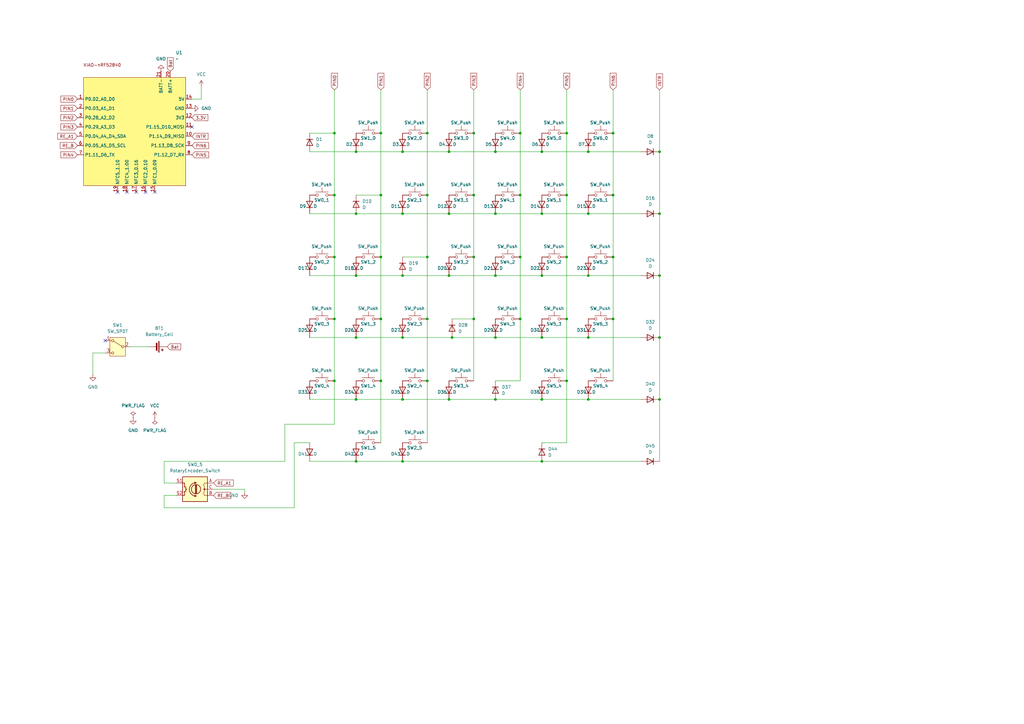
<source format=kicad_sch>
(kicad_sch (version 20231120) (generator "eeschema") (generator_version "8.0")
  (paper "A3")
  (lib_symbols
    (symbol "KiCad_Rotray_Encoder:RotaryEncoder_Switch" (pin_names (offset 0.254) hide)
      (property "Reference" "SW" (at 0 6.604 0))
      (property "Value" "RotaryEncoder_Switch" (at 0 -6.604 0))
      (symbol "RotaryEncoder_Switch_0_1"
        (rectangle (start -5.08 5.08) (end 5.08 -5.08) (stroke (width 0.254)) (fill (type background)))
        (circle (center -3.81 0) (radius 0.254) (fill (type outline)))
        (arc (start -0.381 -2.794) (mid 2.3622 -0.0508) (end -0.381 2.667) (stroke (width 0.254)))
        (circle (center -0.381 0) (radius 1.905) (stroke (width 0.254)))
        (polyline (pts (xy -0.635 -1.778) (xy -0.635 1.778)) (stroke (width 0.254)))
        (polyline (pts (xy -0.381 -1.778) (xy -0.381 1.778)) (stroke (width 0.254)))
        (polyline (pts (xy -0.127 1.778) (xy -0.127 -1.778)) (stroke (width 0.254)))
        (polyline (pts (xy 3.81 0) (xy 3.429 0)) (stroke (width 0.254)))
        (polyline (pts (xy 3.81 1.016) (xy 3.81 -1.016)) (stroke (width 0.254)))
        (polyline (pts (xy -5.08 -2.54) (xy -3.81 -2.54) (xy -3.81 -2.032)))
        (polyline (pts (xy -5.08 2.54) (xy -3.81 2.54) (xy -3.81 2.032)))
        (polyline (pts (xy 0.254 -3.048) (xy -0.508 -2.794) (xy 0.127 -2.413)) (stroke (width 0.254)))
        (polyline (pts (xy 0.254 2.921) (xy -0.508 2.667) (xy 0.127 2.286)) (stroke (width 0.254)))
        (polyline (pts (xy 5.08 -2.54) (xy 4.318 -2.54) (xy 4.318 -1.016)) (stroke (width 0.254)))
        (polyline (pts (xy 5.08 2.54) (xy 4.318 2.54) (xy 4.318 1.016)) (stroke (width 0.254)))
        (polyline (pts (xy -5.08 0) (xy -3.81 0) (xy -3.81 -1.016) (xy -3.302 -2.032)))
        (polyline (pts (xy -4.318 0) (xy -3.81 0) (xy -3.81 1.016) (xy -3.302 2.032)))
        (circle (center 4.318 -1.016) (radius 0.127) (stroke (width 0.254)))
        (circle (center 4.318 1.016) (radius 0.127) (stroke (width 0.254)))
      )
      (symbol "RotaryEncoder_Switch_1_1"
        (pin passive line (at -7.62 2.54 0) (length 2.54) (name "A") (number "A"))
        (pin passive line (at -7.62 -2.54 0) (length 2.54) (name "B") (number "B"))
        (pin passive line (at -7.62 0 0) (length 2.54) (name "C") (number "C"))
        (pin passive line (at 7.62 2.54 180) (length 2.54) (name "S1") (number "S1"))
        (pin passive line (at 7.62 -2.54 180) (length 2.54) (name "S2") (number "S2"))
      )
    )
    (symbol "power:GND" (power) (pin_numbers hide) (pin_names (offset 0) hide)
      (property "Value" "GND" (at 0 -3.81 0))
      (symbol "GND_0_1"
        (polyline (pts (xy 0 0) (xy 0 -1.27) (xy 1.27 -1.27) (xy 0 -2.54) (xy -1.27 -1.27) (xy 0 -1.27)))
      )
      (symbol "GND_1_1"
        (pin power_in line (at 0 0 270) (length 0) (name "~") (number "1"))
      )
    )
    (symbol "power:PWR_FLAG" (power) (pin_numbers hide) (pin_names (offset 0) hide)
      (property "Value" "PWR_FLAG" (at 0 3.81 0))
      (symbol "PWR_FLAG_0_0"
        (pin power_out line (at 0 0 90) (length 0) (name "~") (number "1"))
      )
      (symbol "PWR_FLAG_0_1"
        (polyline (pts (xy 0 0) (xy 0 1.27) (xy -1.016 1.905) (xy 0 2.54) (xy 1.016 1.905) (xy 0 1.27)))
      )
    )
    (symbol "power:VCC" (power) (pin_numbers hide) (pin_names (offset 0) hide)
      (property "Value" "VCC" (at 0 3.556 0))
      (symbol "VCC_0_1"
        (polyline (pts (xy -0.762 1.27) (xy 0 2.54)))
        (polyline (pts (xy 0 0) (xy 0 2.54)))
        (polyline (pts (xy 0 2.54) (xy 0.762 1.27)))
      )
      (symbol "VCC_1_1"
        (pin power_in line (at 0 0 90) (length 0) (name "~") (number "1"))
      )
    )
    (symbol "roBa-Keyboard:Battery_Cell" (pin_numbers hide) (pin_names (offset 0) hide)
      (property "Reference" "BT" (at 2.54 2.54 0))
      (property "Value" "Battery_Cell" (at 2.54 0 0))
      (symbol "Battery_Cell_0_1"
        (rectangle (start -2.286 1.778) (end 2.286 1.524) (fill (type outline)))
        (rectangle (start -1.524 1.016) (end 1.524 0.508) (fill (type outline)))
        (polyline (pts (xy 0 0.762) (xy 0 0)))
        (polyline (pts (xy 0 1.778) (xy 0 2.54)))
        (polyline (pts (xy 0.762 3.048) (xy 1.778 3.048)) (stroke (width 0.254)))
        (polyline (pts (xy 1.27 3.556) (xy 1.27 2.54)) (stroke (width 0.254)))
      )
      (symbol "Battery_Cell_1_1"
        (pin passive line (at 0 5.08 270) (length 2.54) (name "+") (number "1"))
        (pin passive line (at 0 -2.54 90) (length 2.54) (name "-") (number "2"))
      )
    )
    (symbol "roBa-Keyboard:D" (pin_numbers hide) (pin_names (offset 1.016) hide)
      (property "Reference" "D15" (at 1.1684 -2.0066 90))
      (property "Value" "D" (at -1.143 -2.0066 90))
      (symbol "D_0_1"
        (polyline (pts (xy -1.27 1.27) (xy -1.27 -1.27)) (stroke (width 0.254)))
        (polyline (pts (xy 1.27 0) (xy -1.27 0)))
        (polyline (pts (xy 1.27 1.27) (xy 1.27 -1.27) (xy -1.27 0) (xy 1.27 1.27)) (stroke (width 0.254)))
      )
      (symbol "D_1_1"
        (pin passive line (at -3.81 0 0) (length 2.54) (name "K") (number "1"))
        (pin passive line (at 3.81 0 180) (length 2.54) (name "A") (number "2"))
      )
    )
    (symbol "roBa-Keyboard:SW_Push" (pin_numbers hide) (pin_names (offset 1.016) hide)
      (property "Reference" "SW" (at 1.27 2.54 0))
      (property "Value" "SW_Push" (at 0 -1.524 0))
      (symbol "SW_Push_0_1"
        (circle (center -2.032 0) (radius 0.508))
        (polyline (pts (xy 0 1.27) (xy 0 3.048)))
        (polyline (pts (xy 2.54 1.27) (xy -2.54 1.27)))
        (circle (center 2.032 0) (radius 0.508))
        (pin passive line (at -5.08 0 0) (length 2.54) (name "1") (number "1"))
        (pin passive line (at 5.08 0 180) (length 2.54) (name "2") (number "2"))
      )
    )
    (symbol "roBa-Keyboard:SW_SPDT" (pin_names (offset 0) hide)
      (property "Reference" "SW" (at 0 5.08 0))
      (property "Value" "SW_SPDT" (at 0 -5.08 0))
      (symbol "SW_SPDT_0_1"
        (circle (center -2.032 0) (radius 0.4572))
        (polyline (pts (xy -1.651 0.254) (xy 1.651 2.286)))
        (circle (center 2.032 -2.54) (radius 0.4572))
        (circle (center 2.032 2.54) (radius 0.4572))
      )
      (symbol "SW_SPDT_1_1"
        (rectangle (start -3.175 3.81) (end 3.175 -3.81) (fill (type background)))
        (pin passive line (at 5.08 2.54 180) (length 2.54) (name "A") (number "1"))
        (pin passive line (at -5.08 0 0) (length 2.54) (name "B") (number "2"))
        (pin passive line (at 5.08 -2.54 180) (length 2.54) (name "C") (number "3"))
      )
    )
    (symbol "roBa-Keyboard:XIAO-nRF52840"
      (property "Reference" "U" (at 13.97 -3.81 0))
      (symbol "XIAO-nRF52840_1_1"
        (text "XIAO-nRF52840" (at 20.32 -1.27 0) (effects (font (size 1.27 1.27))))
        (text_box "" (at 12.7 -6.35 0) (size 41.91 -44.45) (fill (type color) (color 255 249 138 1)) (effects (font (size 1.27 1.27)) (justify left top)))
        (pin unspecified line (at 10.16 -15.24 0) (length 2.54) (name "P0.02_A0_D0") (number "1"))
        (pin unspecified line (at 57.15 -30.48 180) (length 2.54) (name "P1.14_D9_MISO") (number "10"))
        (pin unspecified line (at 57.15 -26.67 180) (length 2.54) (name "P1.15_D10_MOSI") (number "11"))
        (pin unspecified line (at 57.15 -22.86 180) (length 2.54) (name "3V3") (number "12"))
        (pin unspecified line (at 57.15 -19.05 180) (length 2.54) (name "GND") (number "13"))
        (pin unspecified line (at 57.15 -15.24 180) (length 2.54) (name "5V") (number "14"))
        (pin unspecified line (at 41.91 -53.34 90) (length 2.54) (name "NFC1_0.09") (number "15"))
        (pin unspecified line (at 38.1 -53.34 90) (length 2.54) (name "NFC2_0.10") (number "16"))
        (pin unspecified line (at 34.29 -53.34 90) (length 2.54) (name "NFC3_0.16") (number "17"))
        (pin unspecified line (at 30.48 -53.34 90) (length 2.54) (name "NFC4_1.00") (number "18"))
        (pin unspecified line (at 26.67 -53.34 90) (length 2.54) (name "NFC5_1.10") (number "19"))
        (pin unspecified line (at 10.16 -19.05 0) (length 2.54) (name "P0.03_A1_D1") (number "2"))
        (pin unspecified line (at 48.26 -3.81 270) (length 2.54) (name "BATT+") (number "20"))
        (pin unspecified line (at 44.45 -3.81 270) (length 2.54) (name "BATT-") (number "21"))
        (pin unspecified line (at 10.16 -22.86 0) (length 2.54) (name "P0.28_A2_D2") (number "3"))
        (pin unspecified line (at 10.16 -26.67 0) (length 2.54) (name "P0.29_A3_D3") (number "4"))
        (pin unspecified line (at 10.16 -30.48 0) (length 2.54) (name "P0.04_A4_D4_SDA") (number "5"))
        (pin unspecified line (at 10.16 -34.29 0) (length 2.54) (name "P0.05_A5_D5_SCL") (number "6"))
        (pin unspecified line (at 10.16 -38.1 0) (length 2.54) (name "P1.11_D6_TX") (number "7"))
        (pin unspecified line (at 57.15 -38.1 180) (length 2.54) (name "P1.12_D7_RX") (number "8"))
        (pin unspecified line (at 57.15 -34.29 180) (length 2.54) (name "P1.13_D8_SCK") (number "9"))
      )
    )
  )
  (junction (at 270.51 62.23))
  (junction (at 175.26 54.61))
  (junction (at 232.41 54.61))
  (junction (at 146.05 62.23))
  (junction (at 232.41 80.01))
  (junction (at 184.15 113.03))
  (junction (at 156.21 80.01))
  (junction (at 222.25 163.83))
  (junction (at 146.05 113.03))
  (junction (at 175.26 156.21))
  (junction (at 222.25 113.03))
  (junction (at 203.2 138.43))
  (junction (at 251.46 105.41))
  (junction (at 146.05 189.23))
  (junction (at 213.36 105.41))
  (junction (at 241.3 113.03))
  (junction (at 146.05 87.63))
  (junction (at 241.3 62.23))
  (junction (at 175.26 130.81))
  (junction (at 251.46 54.61))
  (junction (at 194.31 105.41))
  (junction (at 156.21 54.61))
  (junction (at 203.2 62.23))
  (junction (at 251.46 130.81))
  (junction (at 184.15 163.83))
  (junction (at 203.2 113.03))
  (junction (at 165.1 113.03))
  (junction (at 213.36 80.01))
  (junction (at 270.51 163.83))
  (junction (at 270.51 138.43))
  (junction (at 222.25 189.23))
  (junction (at 156.21 105.41))
  (junction (at 213.36 130.81))
  (junction (at 232.41 130.81))
  (junction (at 241.3 87.63))
  (junction (at 270.51 87.63))
  (junction (at 222.25 87.63))
  (junction (at 137.16 130.81))
  (junction (at 165.1 163.83))
  (junction (at 165.1 62.23))
  (junction (at 213.36 54.61))
  (junction (at 156.21 130.81))
  (junction (at 232.41 105.41))
  (junction (at 241.3 163.83))
  (junction (at 222.25 62.23))
  (junction (at 184.15 62.23))
  (junction (at 232.41 156.21))
  (junction (at 137.16 80.01))
  (junction (at 175.26 105.41))
  (junction (at 203.2 87.63))
  (junction (at 203.2 163.83))
  (junction (at 241.3 138.43))
  (junction (at 137.16 156.21))
  (junction (at 194.31 130.81))
  (junction (at 146.05 138.43))
  (junction (at 137.16 105.41))
  (junction (at 165.1 87.63))
  (junction (at 184.15 87.63))
  (junction (at 175.26 80.01))
  (junction (at 165.1 138.43))
  (junction (at 270.51 113.03))
  (junction (at 165.1 189.23))
  (junction (at 146.05 163.83))
  (junction (at 185.42 138.43))
  (junction (at 222.25 138.43))
  (junction (at 156.21 156.21))
  (junction (at 194.31 80.01))
  (junction (at 137.16 54.61))
  (junction (at 194.31 54.61))
  (junction (at 251.46 80.01))
  (no_connect (at 78.74 52.07))
  (no_connect (at 55.88 78.74))
  (no_connect (at 59.69 78.74))
  (no_connect (at 43.18 139.7))
  (no_connect (at 52.07 78.74))
  (no_connect (at 48.26 78.74))
  (no_connect (at 63.5 78.74))
  (wire (pts (xy 146.05 189.23) (xy 165.1 189.23)))
  (wire (pts (xy 78.74 40.64) (xy 82.55 40.64)))
  (wire (pts (xy 270.51 163.83) (xy 270.51 189.23)))
  (wire (pts (xy 213.36 105.41) (xy 213.36 130.81)))
  (wire (pts (xy 251.46 105.41) (xy 251.46 130.81)))
  (wire (pts (xy 251.46 130.81) (xy 251.46 156.21)))
  (wire (pts (xy 213.36 36.83) (xy 213.36 54.61)))
  (wire (pts (xy 137.16 36.83) (xy 137.16 54.61)))
  (wire (pts (xy 127 189.23) (xy 146.05 189.23)))
  (wire (pts (xy 232.41 80.01) (xy 232.41 105.41)))
  (wire (pts (xy 184.15 62.23) (xy 203.2 62.23)))
  (wire (pts (xy 194.31 130.81) (xy 194.31 156.21)))
  (wire (pts (xy 184.15 87.63) (xy 203.2 87.63)))
  (wire (pts (xy 194.31 36.83) (xy 194.31 54.61)))
  (wire (pts (xy 165.1 87.63) (xy 184.15 87.63)))
  (wire (pts (xy 116.84 189.23) (xy 116.84 173.99)))
  (wire (pts (xy 213.36 54.61) (xy 213.36 80.01)))
  (wire (pts (xy 38.1 153.67) (xy 38.1 144.78)))
  (wire (pts (xy 185.42 138.43) (xy 203.2 138.43)))
  (wire (pts (xy 232.41 54.61) (xy 232.41 80.01)))
  (wire (pts (xy 165.1 163.83) (xy 184.15 163.83)))
  (wire (pts (xy 203.2 62.23) (xy 222.25 62.23)))
  (wire (pts (xy 137.16 156.21) (xy 137.16 173.99)))
  (wire (pts (xy 156.21 54.61) (xy 156.21 80.01)))
  (wire (pts (xy 156.21 80.01) (xy 156.21 105.41)))
  (wire (pts (xy 203.2 113.03) (xy 222.25 113.03)))
  (wire (pts (xy 127 113.03) (xy 146.05 113.03)))
  (wire (pts (xy 270.51 138.43) (xy 270.51 163.83)))
  (wire (pts (xy 203.2 163.83) (xy 222.25 163.83)))
  (wire (pts (xy 67.31 203.2) (xy 67.31 208.28)))
  (wire (pts (xy 156.21 156.21) (xy 156.21 181.61)))
  (wire (pts (xy 241.3 138.43) (xy 262.89 138.43)))
  (wire (pts (xy 251.46 80.01) (xy 251.46 105.41)))
  (wire (pts (xy 82.55 35.56) (xy 82.55 40.64)))
  (wire (pts (xy 137.16 130.81) (xy 137.16 156.21)))
  (wire (pts (xy 116.84 189.23) (xy 67.31 189.23)))
  (wire (pts (xy 67.31 189.23) (xy 67.31 198.12)))
  (wire (pts (xy 137.16 54.61) (xy 137.16 80.01)))
  (wire (pts (xy 137.16 80.01) (xy 137.16 105.41)))
  (wire (pts (xy 213.36 130.81) (xy 213.36 156.21)))
  (wire (pts (xy 232.41 36.83) (xy 232.41 54.61)))
  (wire (pts (xy 194.31 54.61) (xy 194.31 80.01)))
  (wire (pts (xy 175.26 54.61) (xy 175.26 80.01)))
  (wire (pts (xy 165.1 105.41) (xy 175.26 105.41)))
  (wire (pts (xy 165.1 189.23) (xy 222.25 189.23)))
  (wire (pts (xy 241.3 87.63) (xy 262.89 87.63)))
  (wire (pts (xy 100.33 200.66) (xy 100.33 201.93)))
  (wire (pts (xy 213.36 80.01) (xy 213.36 105.41)))
  (wire (pts (xy 127 54.61) (xy 137.16 54.61)))
  (wire (pts (xy 146.05 138.43) (xy 165.1 138.43)))
  (wire (pts (xy 120.65 181.61) (xy 127 181.61)))
  (wire (pts (xy 222.25 163.83) (xy 241.3 163.83)))
  (wire (pts (xy 127 138.43) (xy 146.05 138.43)))
  (wire (pts (xy 175.26 105.41) (xy 175.26 130.81)))
  (wire (pts (xy 72.39 203.2) (xy 67.31 203.2)))
  (wire (pts (xy 127 87.63) (xy 146.05 87.63)))
  (wire (pts (xy 232.41 156.21) (xy 232.41 181.61)))
  (wire (pts (xy 194.31 105.41) (xy 194.31 130.81)))
  (wire (pts (xy 241.3 113.03) (xy 262.89 113.03)))
  (wire (pts (xy 203.2 156.21) (xy 213.36 156.21)))
  (wire (pts (xy 127 163.83) (xy 146.05 163.83)))
  (wire (pts (xy 175.26 156.21) (xy 175.26 181.61)))
  (wire (pts (xy 175.26 130.81) (xy 175.26 156.21)))
  (wire (pts (xy 87.63 200.66) (xy 100.33 200.66)))
  (wire (pts (xy 72.39 198.12) (xy 67.31 198.12)))
  (wire (pts (xy 120.65 208.28) (xy 120.65 181.61)))
  (wire (pts (xy 146.05 163.83) (xy 165.1 163.83)))
  (wire (pts (xy 222.25 87.63) (xy 241.3 87.63)))
  (wire (pts (xy 232.41 105.41) (xy 232.41 130.81)))
  (wire (pts (xy 38.1 144.78) (xy 43.18 144.78)))
  (wire (pts (xy 146.05 80.01) (xy 156.21 80.01)))
  (wire (pts (xy 184.15 113.03) (xy 203.2 113.03)))
  (wire (pts (xy 165.1 113.03) (xy 184.15 113.03)))
  (wire (pts (xy 156.21 36.83) (xy 156.21 54.61)))
  (wire (pts (xy 67.31 208.28) (xy 120.65 208.28)))
  (wire (pts (xy 270.51 87.63) (xy 270.51 113.03)))
  (wire (pts (xy 222.25 181.61) (xy 232.41 181.61)))
  (wire (pts (xy 270.51 113.03) (xy 270.51 138.43)))
  (wire (pts (xy 175.26 36.83) (xy 175.26 54.61)))
  (wire (pts (xy 146.05 113.03) (xy 165.1 113.03)))
  (wire (pts (xy 232.41 130.81) (xy 232.41 156.21)))
  (wire (pts (xy 194.31 80.01) (xy 194.31 105.41)))
  (wire (pts (xy 146.05 62.23) (xy 165.1 62.23)))
  (wire (pts (xy 165.1 62.23) (xy 184.15 62.23)))
  (wire (pts (xy 222.25 62.23) (xy 241.3 62.23)))
  (wire (pts (xy 156.21 130.81) (xy 156.21 156.21)))
  (wire (pts (xy 270.51 36.83) (xy 270.51 62.23)))
  (wire (pts (xy 251.46 54.61) (xy 251.46 80.01)))
  (wire (pts (xy 222.25 113.03) (xy 241.3 113.03)))
  (wire (pts (xy 203.2 87.63) (xy 222.25 87.63)))
  (wire (pts (xy 203.2 138.43) (xy 222.25 138.43)))
  (wire (pts (xy 222.25 189.23) (xy 262.89 189.23)))
  (wire (pts (xy 127 62.23) (xy 146.05 62.23)))
  (wire (pts (xy 185.42 130.81) (xy 194.31 130.81)))
  (wire (pts (xy 251.46 36.83) (xy 251.46 54.61)))
  (wire (pts (xy 116.84 173.99) (xy 137.16 173.99)))
  (wire (pts (xy 222.25 138.43) (xy 241.3 138.43)))
  (wire (pts (xy 241.3 62.23) (xy 262.89 62.23)))
  (wire (pts (xy 156.21 105.41) (xy 156.21 130.81)))
  (wire (pts (xy 270.51 62.23) (xy 270.51 87.63)))
  (wire (pts (xy 137.16 105.41) (xy 137.16 130.81)))
  (wire (pts (xy 146.05 87.63) (xy 165.1 87.63)))
  (wire (pts (xy 241.3 163.83) (xy 262.89 163.83)))
  (wire (pts (xy 53.34 142.24) (xy 60.96 142.24)))
  (wire (pts (xy 184.15 163.83) (xy 203.2 163.83)))
  (wire (pts (xy 165.1 138.43) (xy 185.42 138.43)))
  (wire (pts (xy 175.26 80.01) (xy 175.26 105.41)))
  (global_label "INTR" (shape input) (at 270.51 36.83 90) (property "Intersheetrefs" "${INTERSHEET_REFS}" (effects (hide yes))))
  (global_label "PIN1" (shape input) (at 156.21 36.83 90) (property "Intersheetrefs" "${INTERSHEET_REFS}" (effects (hide yes))))
  (global_label "RE_A1" (shape input) (at 87.63 198.12 0) (property "Intersheetrefs" "${INTERSHEET_REFS}" (effects (hide yes))))
  (global_label "PIN4" (shape input) (at 31.75 63.5 180) (property "Intersheetrefs" "${INTERSHEET_REFS}" (effects (hide yes))))
  (global_label "PIN6" (shape input) (at 251.46 36.83 90) (property "Intersheetrefs" "${INTERSHEET_REFS}" (effects (hide yes))))
  (global_label "PIN2" (shape input) (at 31.75 48.26 180) (property "Intersheetrefs" "${INTERSHEET_REFS}" (effects (hide yes))))
  (global_label "PIN0" (shape input) (at 31.75 40.64 180) (property "Intersheetrefs" "${INTERSHEET_REFS}" (effects (hide yes))))
  (global_label "PIN5" (shape input) (at 232.41 36.83 90) (property "Intersheetrefs" "${INTERSHEET_REFS}" (effects (hide yes))))
  (global_label "RE_A1" (shape input) (at 31.75 55.88 180) (property "Intersheetrefs" "${INTERSHEET_REFS}" (effects (hide yes))))
  (global_label "INTR" (shape input) (at 78.74 55.88 0) (property "Intersheetrefs" "${INTERSHEET_REFS}" (effects (hide yes))))
  (global_label "PIN6" (shape input) (at 78.74 59.69 0) (property "Intersheetrefs" "${INTERSHEET_REFS}" (effects (hide yes))))
  (global_label "PIN3" (shape input) (at 31.75 52.07 180) (property "Intersheetrefs" "${INTERSHEET_REFS}" (effects (hide yes))))
  (global_label "RE_B" (shape input) (at 31.75 59.69 180) (property "Intersheetrefs" "${INTERSHEET_REFS}" (effects (hide yes))))
  (global_label "PIN5" (shape input) (at 78.74 63.5 0) (property "Intersheetrefs" "${INTERSHEET_REFS}" (effects (hide yes))))
  (global_label "PIN3" (shape input) (at 194.31 36.83 90) (property "Intersheetrefs" "${INTERSHEET_REFS}" (effects (hide yes))))
  (global_label "PIN4" (shape input) (at 213.36 36.83 90) (property "Intersheetrefs" "${INTERSHEET_REFS}" (effects (hide yes))))
  (global_label "PIN0" (shape input) (at 137.16 36.83 90) (property "Intersheetrefs" "${INTERSHEET_REFS}" (effects (hide yes))))
  (global_label "PIN2" (shape input) (at 175.26 36.83 90) (property "Intersheetrefs" "${INTERSHEET_REFS}" (effects (hide yes))))
  (global_label "PIN1" (shape input) (at 31.75 44.45 180) (property "Intersheetrefs" "${INTERSHEET_REFS}" (effects (hide yes))))
  (global_label "Bat" (shape input) (at 69.85 29.21 90) (property "Intersheetrefs" "${INTERSHEET_REFS}" (effects (hide yes))))
  (global_label "3.3V" (shape input) (at 78.74 48.26 0) (property "Intersheetrefs" "${INTERSHEET_REFS}" (effects (hide yes))))
  (global_label "RE_B" (shape input) (at 87.63 203.2 0) (property "Intersheetrefs" "${INTERSHEET_REFS}" (effects (hide yes))))
  (global_label "Bat" (shape input) (at 68.58 142.24 0) (property "Intersheetrefs" "${INTERSHEET_REFS}" (effects (hide yes))))
  (symbol (lib_id "power:VCC") (at 82.55 35.56 0) (unit 1)
    (property "Reference" "#PWR03" (effects (hide yes)))
    (property "Value" "VCC" (at 82.55 30.48 0))
    (property "Description" "Power symbol creates a global label with name \"VCC\"" (effects (hide yes)))
  )
  (symbol (lib_id "roBa-Keyboard:SW_Push") (at 208.28 130.81 0) (unit 1)
    (property "Reference" "SW4_3" (at 211.328 132.842 0) (effects (justify right)))
    (property "Value" "SW_Push" (at 212.344 126.492 0) (effects (justify right)))
    (property "Footprint" "sym6_salicyl:Choc_v2_Hotswap_1u" (effects (hide yes)))
    (property "Description" "Push button switch, generic, two pins" (effects (hide yes)))
  )
  (symbol (lib_id "roBa-Keyboard:D") (at 165.1 58.42 90) (unit 1)
    (property "Reference" "D3" (at 162.306 59.182 90))
    (property "Value" "D" (at 167.386 59.182 90))
    (property "Footprint" "sym6_salicyl:Diode_TH_SMD" (effects (hide yes)))
  )
  (symbol (lib_id "roBa-Keyboard:SW_Push") (at 227.33 54.61 0) (unit 1)
    (property "Reference" "SW5_0" (at 230.378 56.642 0) (effects (justify right)))
    (property "Value" "SW_Push" (at 231.394 50.292 0) (effects (justify right)))
    (property "Footprint" "sym6_salicyl:Choc_v2_Hotswap_1u" (effects (hide yes)))
    (property "Description" "Push button switch, generic, two pins" (effects (hide yes)))
  )
  (symbol (lib_id "roBa-Keyboard:SW_Push") (at 132.08 105.41 0) (unit 1)
    (property "Reference" "SW0_2" (at 135.128 107.442 0) (effects (justify right)))
    (property "Value" "SW_Push" (at 136.144 101.092 0) (effects (justify right)))
    (property "Footprint" "sym6_salicyl:Choc_v2_Hotswap_1u" (effects (hide yes)))
    (property "Description" "Push button switch, generic, two pins" (effects (hide yes)))
  )
  (symbol (lib_id "roBa-Keyboard:D") (at 184.15 160.02 90) (unit 1)
    (property "Reference" "D36" (at 181.356 160.782 90))
    (property "Value" "D" (at 186.436 160.782 90))
    (property "Footprint" "sym6_salicyl:Diode_TH_SMD" (effects (hide yes)))
  )
  (symbol (lib_id "roBa-Keyboard:D") (at 146.05 83.82 270) (unit 1)
    (property "Reference" "D10" (at 148.59 82.5499 90) (effects (justify left)))
    (property "Value" "D" (at 148.59 85.0899 90) (effects (justify left)))
    (property "Footprint" "sym6_salicyl:Diode_TH_SMD" (effects (hide yes)))
  )
  (symbol (lib_id "roBa-Keyboard:SW_Push") (at 246.38 80.01 0) (unit 1)
    (property "Reference" "SW6_1" (at 249.428 82.042 0) (effects (justify right)))
    (property "Value" "SW_Push" (at 250.444 75.692 0) (effects (justify right)))
    (property "Footprint" "sym6_salicyl:Choc_v2_Hotswap_1u" (effects (hide yes)))
    (property "Description" "Push button switch, generic, two pins" (effects (hide yes)))
  )
  (symbol (lib_id "KiCad_Rotray_Encoder:RotaryEncoder_Switch") (at 80.01 200.66 0) (mirror y) (unit 1)
    (property "Reference" "SW0_5" (at 80.01 190.5 0))
    (property "Value" "RotaryEncoder_Switch" (at 80.01 193.04 0))
    (property "Footprint" "KiCad_Rotary_Encoder:RotaryEncoder_Alps_EC11E-Switch_Vertical_H20mm" (effects (hide yes)))
    (property "Description" "Rotary encoder, dual channel, incremental quadrate outputs, with switch" (effects (hide yes)))
  )
  (symbol (lib_id "power:PWR_FLAG") (at 54.61 171.45 0) (unit 1)
    (property "Reference" "#FLG01" (effects (hide yes)))
    (property "Value" "PWR_FLAG" (at 54.61 166.37 0))
    (property "Description" "Special symbol for telling ERC where power comes from" (effects (hide yes)))
  )
  (symbol (lib_id "roBa-Keyboard:D") (at 203.2 160.02 270) (unit 1)
    (property "Reference" "D37" (at 205.74 158.7499 90) (effects (justify left)))
    (property "Value" "D" (at 205.74 161.2899 90) (effects (justify left)))
    (property "Footprint" "sym6_salicyl:Diode_TH_SMD" (effects (hide yes)))
  )
  (symbol (lib_id "roBa-Keyboard:SW_Push") (at 151.13 105.41 0) (unit 1)
    (property "Reference" "SW1_2" (at 154.178 107.442 0) (effects (justify right)))
    (property "Value" "SW_Push" (at 155.194 101.092 0) (effects (justify right)))
    (property "Footprint" "sym6_salicyl:Choc_v2_Hotswap_1u" (effects (hide yes)))
    (property "Description" "Push button switch, generic, two pins" (effects (hide yes)))
  )
  (symbol (lib_id "roBa-Keyboard:D") (at 266.7 138.43 180) (unit 1)
    (property "Reference" "D32" (at 266.7 132.08 0))
    (property "Value" "D" (at 266.7 134.62 0))
    (property "Footprint" "sym6_salicyl:Diode_TH_SMD" (effects (hide yes)))
  )
  (symbol (lib_id "roBa-Keyboard:SW_Push") (at 170.18 181.61 0) (unit 1)
    (property "Reference" "SW2_5" (at 173.228 183.642 0) (effects (justify right)))
    (property "Value" "SW_Push" (at 174.244 177.292 0) (effects (justify right)))
    (property "Footprint" "sym6_salicyl:Choc_v2_Hotswap_1u" (effects (hide yes)))
    (property "Description" "Push button switch, generic, two pins" (effects (hide yes)))
  )
  (symbol (lib_id "roBa-Keyboard:D") (at 222.25 160.02 90) (unit 1)
    (property "Reference" "D38" (at 219.456 160.782 90))
    (property "Value" "D" (at 224.536 160.782 90))
    (property "Footprint" "sym6_salicyl:Diode_TH_SMD" (effects (hide yes)))
  )
  (symbol (lib_id "roBa-Keyboard:SW_Push") (at 208.28 54.61 0) (unit 1)
    (property "Reference" "SW4_0" (at 211.328 56.642 0) (effects (justify right)))
    (property "Value" "SW_Push" (at 212.344 50.292 0) (effects (justify right)))
    (property "Footprint" "sym6_salicyl:Choc_v2_Hotswap_1u" (effects (hide yes)))
    (property "Description" "Push button switch, generic, two pins" (effects (hide yes)))
  )
  (symbol (lib_id "power:GND") (at 54.61 171.45 0) (unit 1)
    (property "Reference" "#PWR07" (effects (hide yes)))
    (property "Value" "GND" (at 54.61 176.53 0))
    (property "Description" "Power symbol creates a global label with name \"GND\" , ground" (effects (hide yes)))
  )
  (symbol (lib_id "roBa-Keyboard:D") (at 165.1 185.42 90) (unit 1)
    (property "Reference" "D43" (at 162.306 186.182 90))
    (property "Value" "D" (at 167.386 186.182 90))
    (property "Footprint" "sym6_salicyl:Diode_TH_SMD" (effects (hide yes)))
  )
  (symbol (lib_id "roBa-Keyboard:SW_Push") (at 246.38 156.21 0) (unit 1)
    (property "Reference" "SW6_4" (at 249.428 158.242 0) (effects (justify right)))
    (property "Value" "SW_Push" (at 250.444 151.892 0) (effects (justify right)))
    (property "Footprint" "sym6_salicyl:Choc_v2_Hotswap_1u" (effects (hide yes)))
    (property "Description" "Push button switch, generic, two pins" (effects (hide yes)))
  )
  (symbol (lib_id "roBa-Keyboard:D") (at 184.15 58.42 90) (unit 1)
    (property "Reference" "D4" (at 181.356 59.182 90))
    (property "Value" "D" (at 186.436 59.182 90))
    (property "Footprint" "sym6_salicyl:Diode_TH_SMD" (effects (hide yes)))
  )
  (symbol (lib_id "roBa-Keyboard:D") (at 241.3 83.82 90) (unit 1)
    (property "Reference" "D15" (at 238.506 84.582 90))
    (property "Value" "D" (at 243.586 84.582 90))
    (property "Footprint" "sym6_salicyl:Diode_TH_SMD" (effects (hide yes)))
  )
  (symbol (lib_id "roBa-Keyboard:SW_Push") (at 208.28 105.41 0) (unit 1)
    (property "Reference" "SW4_2" (at 211.328 107.442 0) (effects (justify right)))
    (property "Value" "SW_Push" (at 212.344 101.092 0) (effects (justify right)))
    (property "Footprint" "sym6_salicyl:Choc_v2_Hotswap_1u" (effects (hide yes)))
    (property "Description" "Push button switch, generic, two pins" (effects (hide yes)))
  )
  (symbol (lib_id "roBa-Keyboard:D") (at 165.1 83.82 90) (unit 1)
    (property "Reference" "D11" (at 162.306 84.582 90))
    (property "Value" "D" (at 167.386 84.582 90))
    (property "Footprint" "sym6_salicyl:Diode_TH_SMD" (effects (hide yes)))
  )
  (symbol (lib_id "roBa-Keyboard:D") (at 165.1 160.02 90) (unit 1)
    (property "Reference" "D35" (at 162.306 160.782 90))
    (property "Value" "D" (at 167.386 160.782 90))
    (property "Footprint" "sym6_salicyl:Diode_TH_SMD" (effects (hide yes)))
  )
  (symbol (lib_id "roBa-Keyboard:D") (at 266.7 87.63 180) (unit 1)
    (property "Reference" "D16" (at 266.7 81.28 0))
    (property "Value" "D" (at 266.7 83.82 0))
    (property "Footprint" "sym6_salicyl:Diode_TH_SMD" (effects (hide yes)))
  )
  (symbol (lib_id "roBa-Keyboard:D") (at 127 160.02 90) (unit 1)
    (property "Reference" "D33" (at 124.206 160.782 90))
    (property "Value" "D" (at 129.286 160.782 90))
    (property "Footprint" "sym6_salicyl:Diode_TH_SMD" (effects (hide yes)))
  )
  (symbol (lib_id "power:GND") (at 100.33 201.93 0) (mirror y) (unit 1)
    (property "Reference" "#PWR02" (effects (hide yes)))
    (property "Value" "GND" (at 97.79 203.1999 0) (effects (justify left)))
    (property "Description" "Power symbol creates a global label with name \"GND\" , ground" (effects (hide yes)))
  )
  (symbol (lib_id "roBa-Keyboard:D") (at 266.7 189.23 180) (unit 1)
    (property "Reference" "D45" (at 266.7 182.88 0))
    (property "Value" "D" (at 266.7 185.42 0))
    (property "Footprint" "sym6_salicyl:Diode_TH_SMD" (effects (hide yes)))
  )
  (symbol (lib_id "roBa-Keyboard:SW_Push") (at 246.38 105.41 0) (unit 1)
    (property "Reference" "SW6_2" (at 249.428 107.442 0) (effects (justify right)))
    (property "Value" "SW_Push" (at 250.444 101.092 0) (effects (justify right)))
    (property "Footprint" "sym6_salicyl:Choc_v2_Hotswap_1u" (effects (hide yes)))
    (property "Description" "Push button switch, generic, two pins" (effects (hide yes)))
  )
  (symbol (lib_id "roBa-Keyboard:D") (at 203.2 134.62 90) (unit 1)
    (property "Reference" "D29" (at 200.406 135.382 90))
    (property "Value" "D" (at 205.486 135.382 90))
    (property "Footprint" "sym6_salicyl:Diode_TH_SMD" (effects (hide yes)))
  )
  (symbol (lib_id "roBa-Keyboard:SW_Push") (at 189.23 105.41 0) (unit 1)
    (property "Reference" "SW3_2" (at 192.278 107.442 0) (effects (justify right)))
    (property "Value" "SW_Push" (at 193.294 101.092 0) (effects (justify right)))
    (property "Footprint" "sym6_salicyl:Choc_v2_Hotswap_1u" (effects (hide yes)))
    (property "Description" "Push button switch, generic, two pins" (effects (hide yes)))
  )
  (symbol (lib_id "roBa-Keyboard:Battery_Cell") (at 63.5 142.24 270) (unit 1)
    (property "Reference" "BT1" (at 65.3415 134.62 90))
    (property "Value" "Battery_Cell" (at 65.3415 137.16 90))
    (property "Footprint" "sym6_roba:JST_S2B-PH-SM4-TB" (effects (hide yes)))
    (property "Description" "Single-cell battery" (effects (hide yes)))
  )
  (symbol (lib_id "roBa-Keyboard:D") (at 266.7 163.83 180) (unit 1)
    (property "Reference" "D40" (at 266.7 157.48 0))
    (property "Value" "D" (at 266.7 160.02 0))
    (property "Footprint" "sym6_salicyl:Diode_TH_SMD" (effects (hide yes)))
  )
  (symbol (lib_id "roBa-Keyboard:D") (at 241.3 134.62 90) (unit 1)
    (property "Reference" "D31" (at 238.506 135.382 90))
    (property "Value" "D" (at 243.586 135.382 90))
    (property "Footprint" "sym6_salicyl:Diode_TH_SMD" (effects (hide yes)))
  )
  (symbol (lib_id "power:GND") (at 38.1 153.67 0) (unit 1)
    (property "Reference" "#PWR05" (effects (hide yes)))
    (property "Value" "GND" (at 38.1 158.75 0))
    (property "Description" "Power symbol creates a global label with name \"GND\" , ground" (effects (hide yes)))
  )
  (symbol (lib_id "roBa-Keyboard:SW_Push") (at 170.18 54.61 0) (unit 1)
    (property "Reference" "SW2_0" (at 173.228 56.642 0) (effects (justify right)))
    (property "Value" "SW_Push" (at 174.244 50.292 0) (effects (justify right)))
    (property "Footprint" "sym6_salicyl:Choc_v2_Hotswap_1u" (effects (hide yes)))
    (property "Description" "Push button switch, generic, two pins" (effects (hide yes)))
  )
  (symbol (lib_id "roBa-Keyboard:D") (at 241.3 109.22 90) (unit 1)
    (property "Reference" "D23" (at 238.506 109.982 90))
    (property "Value" "D" (at 243.586 109.982 90))
    (property "Footprint" "sym6_salicyl:Diode_TH_SMD" (effects (hide yes)))
  )
  (symbol (lib_id "roBa-Keyboard:SW_Push") (at 170.18 156.21 0) (unit 1)
    (property "Reference" "SW2_4" (at 173.228 158.242 0) (effects (justify right)))
    (property "Value" "SW_Push" (at 174.244 151.892 0) (effects (justify right)))
    (property "Footprint" "sym6_salicyl:Choc_v2_Hotswap_1u" (effects (hide yes)))
    (property "Description" "Push button switch, generic, two pins" (effects (hide yes)))
  )
  (symbol (lib_id "roBa-Keyboard:SW_Push") (at 151.13 130.81 0) (unit 1)
    (property "Reference" "SW1_3" (at 154.178 132.842 0) (effects (justify right)))
    (property "Value" "SW_Push" (at 155.194 126.492 0) (effects (justify right)))
    (property "Footprint" "sym6_salicyl:Choc_v2_Hotswap_1u" (effects (hide yes)))
    (property "Description" "Push button switch, generic, two pins" (effects (hide yes)))
  )
  (symbol (lib_id "roBa-Keyboard:D") (at 222.25 83.82 90) (unit 1)
    (property "Reference" "D14" (at 219.456 84.582 90))
    (property "Value" "D" (at 224.536 84.582 90))
    (property "Footprint" "sym6_salicyl:Diode_TH_SMD" (effects (hide yes)))
  )
  (symbol (lib_id "roBa-Keyboard:D") (at 222.25 58.42 90) (unit 1)
    (property "Reference" "D6" (at 219.456 59.182 90))
    (property "Value" "D" (at 224.536 59.182 90))
    (property "Footprint" "sym6_salicyl:Diode_TH_SMD" (effects (hide yes)))
  )
  (symbol (lib_id "roBa-Keyboard:D") (at 146.05 134.62 90) (unit 1)
    (property "Reference" "D26" (at 143.256 135.382 90))
    (property "Value" "D" (at 148.336 135.382 90))
    (property "Footprint" "sym6_salicyl:Diode_TH_SMD" (effects (hide yes)))
  )
  (symbol (lib_id "roBa-Keyboard:SW_Push") (at 189.23 80.01 0) (unit 1)
    (property "Reference" "SW3_1" (at 192.278 82.042 0) (effects (justify right)))
    (property "Value" "SW_Push" (at 193.294 75.692 0) (effects (justify right)))
    (property "Footprint" "sym6_salicyl:Choc_v2_Hotswap_1u" (effects (hide yes)))
    (property "Description" "Push button switch, generic, two pins" (effects (hide yes)))
  )
  (symbol (lib_id "roBa-Keyboard:SW_Push") (at 189.23 156.21 0) (unit 1)
    (property "Reference" "SW3_4" (at 192.278 158.242 0) (effects (justify right)))
    (property "Value" "SW_Push" (at 193.294 151.892 0) (effects (justify right)))
    (property "Footprint" "sym6_salicyl:Choc_v2_Hotswap_1u" (effects (hide yes)))
    (property "Description" "Push button switch, generic, two pins" (effects (hide yes)))
  )
  (symbol (lib_id "roBa-Keyboard:D") (at 203.2 109.22 90) (unit 1)
    (property "Reference" "D21" (at 200.406 109.982 90))
    (property "Value" "D" (at 205.486 109.982 90))
    (property "Footprint" "sym6_salicyl:Diode_TH_SMD" (effects (hide yes)))
  )
  (symbol (lib_id "roBa-Keyboard:D") (at 165.1 134.62 90) (unit 1)
    (property "Reference" "D27" (at 162.306 135.382 90))
    (property "Value" "D" (at 167.386 135.382 90))
    (property "Footprint" "sym6_salicyl:Diode_TH_SMD" (effects (hide yes)))
  )
  (symbol (lib_id "power:GND") (at 78.74 44.45 90) (unit 1)
    (property "Reference" "#PWR04" (effects (hide yes)))
    (property "Value" "GND" (at 82.55 44.4499 90) (effects (justify right)))
    (property "Description" "Power symbol creates a global label with name \"GND\" , ground" (effects (hide yes)))
  )
  (symbol (lib_id "power:GND") (at 66.04 29.21 0) (mirror x) (unit 1)
    (property "Reference" "#PWR06" (effects (hide yes)))
    (property "Value" "GND" (at 66.04 24.13 0))
    (property "Description" "Power symbol creates a global label with name \"GND\" , ground" (effects (hide yes)))
  )
  (symbol (lib_id "roBa-Keyboard:D") (at 203.2 58.42 90) (unit 1)
    (property "Reference" "D5" (at 200.406 59.182 90))
    (property "Value" "D" (at 205.486 59.182 90))
    (property "Footprint" "sym6_salicyl:Diode_TH_SMD" (effects (hide yes)))
  )
  (symbol (lib_id "roBa-Keyboard:SW_Push") (at 227.33 105.41 0) (unit 1)
    (property "Reference" "SW5_2" (at 230.378 107.442 0) (effects (justify right)))
    (property "Value" "SW_Push" (at 231.394 101.092 0) (effects (justify right)))
    (property "Footprint" "sym6_salicyl:Choc_v2_Hotswap_1u" (effects (hide yes)))
    (property "Description" "Push button switch, generic, two pins" (effects (hide yes)))
  )
  (symbol (lib_id "roBa-Keyboard:D") (at 146.05 185.42 90) (unit 1)
    (property "Reference" "D42" (at 143.256 186.182 90))
    (property "Value" "D" (at 148.336 186.182 90))
    (property "Footprint" "sym6_salicyl:Diode_TH_SMD" (effects (hide yes)))
  )
  (symbol (lib_id "power:VCC") (at 63.5 171.45 0) (unit 1)
    (property "Reference" "#PWR08" (effects (hide yes)))
    (property "Value" "VCC" (at 63.5 166.37 0))
    (property "Description" "Power symbol creates a global label with name \"VCC\"" (effects (hide yes)))
  )
  (symbol (lib_id "power:PWR_FLAG") (at 63.5 171.45 0) (mirror x) (unit 1)
    (property "Reference" "#FLG02" (effects (hide yes)))
    (property "Value" "PWR_FLAG" (at 63.5 176.53 0))
    (property "Description" "Special symbol for telling ERC where power comes from" (effects (hide yes)))
  )
  (symbol (lib_id "roBa-Keyboard:SW_Push") (at 189.23 54.61 0) (unit 1)
    (property "Reference" "SW3_0" (at 192.278 56.642 0) (effects (justify right)))
    (property "Value" "SW_Push" (at 193.294 50.292 0) (effects (justify right)))
    (property "Footprint" "sym6_salicyl:Choc_v2_Hotswap_1u" (effects (hide yes)))
    (property "Description" "Push button switch, generic, two pins" (effects (hide yes)))
  )
  (symbol (lib_id "roBa-Keyboard:SW_Push") (at 227.33 130.81 0) (unit 1)
    (property "Reference" "SW5_3" (at 230.378 132.842 0) (effects (justify right)))
    (property "Value" "SW_Push" (at 231.394 126.492 0) (effects (justify right)))
    (property "Footprint" "sym6_salicyl:Choc_v2_Hotswap_1u" (effects (hide yes)))
    (property "Description" "Push button switch, generic, two pins" (effects (hide yes)))
  )
  (symbol (lib_id "roBa-Keyboard:SW_Push") (at 170.18 130.81 0) (unit 1)
    (property "Reference" "SW2_3" (at 173.228 132.842 0) (effects (justify right)))
    (property "Value" "SW_Push" (at 174.244 126.492 0) (effects (justify right)))
    (property "Footprint" "sym6_salicyl:Choc_v2_Hotswap_1u" (effects (hide yes)))
    (property "Description" "Push button switch, generic, two pins" (effects (hide yes)))
  )
  (symbol (lib_id "roBa-Keyboard:D") (at 222.25 109.22 90) (unit 1)
    (property "Reference" "D22" (at 219.456 109.982 90))
    (property "Value" "D" (at 224.536 109.982 90))
    (property "Footprint" "sym6_salicyl:Diode_TH_SMD" (effects (hide yes)))
  )
  (symbol (lib_id "roBa-Keyboard:SW_Push") (at 208.28 80.01 0) (unit 1)
    (property "Reference" "SW4_1" (at 211.328 82.042 0) (effects (justify right)))
    (property "Value" "SW_Push" (at 212.344 75.692 0) (effects (justify right)))
    (property "Footprint" "sym6_salicyl:Choc_v2_Hotswap_1u" (effects (hide yes)))
    (property "Description" "Push button switch, generic, two pins" (effects (hide yes)))
  )
  (symbol (lib_id "roBa-Keyboard:D") (at 127 109.22 90) (unit 1)
    (property "Reference" "D17" (at 124.206 109.982 90))
    (property "Value" "D" (at 129.286 109.982 90))
    (property "Footprint" "sym6_salicyl:Diode_TH_SMD" (effects (hide yes)))
  )
  (symbol (lib_id "roBa-Keyboard:D") (at 203.2 83.82 90) (unit 1)
    (property "Reference" "D13" (at 200.406 84.582 90))
    (property "Value" "D" (at 205.486 84.582 90))
    (property "Footprint" "sym6_salicyl:Diode_TH_SMD" (effects (hide yes)))
  )
  (symbol (lib_id "roBa-Keyboard:D") (at 127 185.42 90) (unit 1)
    (property "Reference" "D41" (at 124.206 186.182 90))
    (property "Value" "D" (at 129.286 186.182 90))
    (property "Footprint" "sym6_salicyl:Diode_TH_SMD" (effects (hide yes)))
  )
  (symbol (lib_id "roBa-Keyboard:SW_SPDT") (at 48.26 142.24 0) (mirror y) (unit 1)
    (property "Reference" "SW1" (at 48.26 133.35 0))
    (property "Value" "SW_SPDT" (at 48.26 135.89 0))
    (property "Footprint" "sym6_salicyl:TGSW_MSK-12D19" (effects (hide yes)))
    (property "Description" "Switch, single pole double throw" (effects (hide yes)))
  )
  (symbol (lib_id "roBa-Keyboard:SW_Push") (at 170.18 80.01 0) (unit 1)
    (property "Reference" "SW2_1" (at 173.228 82.042 0) (effects (justify right)))
    (property "Value" "SW_Push" (at 174.244 75.692 0) (effects (justify right)))
    (property "Footprint" "sym6_salicyl:Choc_v2_Hotswap_1u" (effects (hide yes)))
    (property "Description" "Push button switch, generic, two pins" (effects (hide yes)))
  )
  (symbol (lib_id "roBa-Keyboard:SW_Push") (at 246.38 130.81 0) (unit 1)
    (property "Reference" "SW6_3" (at 249.428 132.842 0) (effects (justify right)))
    (property "Value" "SW_Push" (at 250.444 126.492 0) (effects (justify right)))
    (property "Footprint" "sym6_salicyl:Choc_v2_Hotswap_1u" (effects (hide yes)))
    (property "Description" "Push button switch, generic, two pins" (effects (hide yes)))
  )
  (symbol (lib_id "roBa-Keyboard:D") (at 222.25 185.42 270) (unit 1)
    (property "Reference" "D44" (at 224.79 184.1499 90) (effects (justify left)))
    (property "Value" "D" (at 224.79 186.6899 90) (effects (justify left)))
    (property "Footprint" "sym6_salicyl:Diode_TH_SMD" (effects (hide yes)))
  )
  (symbol (lib_id "roBa-Keyboard:SW_Push") (at 132.08 156.21 0) (unit 1)
    (property "Reference" "SW0_4" (at 135.128 158.242 0) (effects (justify right)))
    (property "Value" "SW_Push" (at 136.144 151.892 0) (effects (justify right)))
    (property "Footprint" "sym6_salicyl:Choc_v2_Hotswap_1u" (effects (hide yes)))
    (property "Description" "Push button switch, generic, two pins" (effects (hide yes)))
  )
  (symbol (lib_id "roBa-Keyboard:D") (at 127 58.42 270) (unit 1)
    (property "Reference" "D1" (at 129.54 57.1499 90) (effects (justify left)))
    (property "Value" "D" (at 129.54 59.6899 90) (effects (justify left)))
    (property "Footprint" "sym6_salicyl:Diode_TH_SMD" (effects (hide yes)))
  )
  (symbol (lib_id "roBa-Keyboard:D") (at 146.05 109.22 90) (unit 1)
    (property "Reference" "D18" (at 143.256 109.982 90))
    (property "Value" "D" (at 148.336 109.982 90))
    (property "Footprint" "sym6_salicyl:Diode_TH_SMD" (effects (hide yes)))
  )
  (symbol (lib_id "roBa-Keyboard:D") (at 127 83.82 90) (unit 1)
    (property "Reference" "D9" (at 124.206 84.582 90))
    (property "Value" "D" (at 129.286 84.582 90))
    (property "Footprint" "sym6_salicyl:Diode_TH_SMD" (effects (hide yes)))
  )
  (symbol (lib_id "roBa-Keyboard:D") (at 266.7 113.03 180) (unit 1)
    (property "Reference" "D24" (at 266.7 106.68 0))
    (property "Value" "D" (at 266.7 109.22 0))
    (property "Footprint" "sym6_salicyl:Diode_TH_SMD" (effects (hide yes)))
  )
  (symbol (lib_id "roBa-Keyboard:SW_Push") (at 151.13 181.61 0) (unit 1)
    (property "Reference" "SW1_5" (at 154.178 183.642 0) (effects (justify right)))
    (property "Value" "SW_Push" (at 155.194 177.292 0) (effects (justify right)))
    (property "Footprint" "sym6_salicyl:Choc_v2_Hotswap_1u" (effects (hide yes)))
    (property "Description" "Push button switch, generic, two pins" (effects (hide yes)))
  )
  (symbol (lib_id "roBa-Keyboard:SW_Push") (at 151.13 156.21 0) (unit 1)
    (property "Reference" "SW1_4" (at 154.178 158.242 0) (effects (justify right)))
    (property "Value" "SW_Push" (at 155.194 151.892 0) (effects (justify right)))
    (property "Footprint" "sym6_salicyl:Choc_v2_Hotswap_1u" (effects (hide yes)))
    (property "Description" "Push button switch, generic, two pins" (effects (hide yes)))
  )
  (symbol (lib_id "roBa-Keyboard:D") (at 184.15 109.22 90) (unit 1)
    (property "Reference" "D20" (at 181.356 109.982 90))
    (property "Value" "D" (at 186.436 109.982 90))
    (property "Footprint" "sym6_salicyl:Diode_TH_SMD" (effects (hide yes)))
  )
  (symbol (lib_id "roBa-Keyboard:D") (at 184.15 83.82 90) (unit 1)
    (property "Reference" "D12" (at 181.356 84.582 90))
    (property "Value" "D" (at 186.436 84.582 90))
    (property "Footprint" "sym6_salicyl:Diode_TH_SMD" (effects (hide yes)))
  )
  (symbol (lib_id "roBa-Keyboard:D") (at 146.05 58.42 90) (unit 1)
    (property "Reference" "D2" (at 143.256 59.182 90))
    (property "Value" "D" (at 148.336 59.182 90))
    (property "Footprint" "sym6_salicyl:Diode_TH_SMD" (effects (hide yes)))
  )
  (symbol (lib_id "roBa-Keyboard:D") (at 241.3 160.02 90) (unit 1)
    (property "Reference" "D39" (at 238.506 160.782 90))
    (property "Value" "D" (at 243.586 160.782 90))
    (property "Footprint" "sym6_salicyl:Diode_TH_SMD" (effects (hide yes)))
  )
  (symbol (lib_id "roBa-Keyboard:D") (at 146.05 160.02 90) (unit 1)
    (property "Reference" "D34" (at 143.256 160.782 90))
    (property "Value" "D" (at 148.336 160.782 90))
    (property "Footprint" "sym6_salicyl:Diode_TH_SMD" (effects (hide yes)))
  )
  (symbol (lib_id "roBa-Keyboard:SW_Push") (at 227.33 156.21 0) (unit 1)
    (property "Reference" "SW5_4" (at 230.378 158.242 0) (effects (justify right)))
    (property "Value" "SW_Push" (at 231.394 151.892 0) (effects (justify right)))
    (property "Footprint" "sym6_salicyl:Choc_v2_Hotswap_1u" (effects (hide yes)))
    (property "Description" "Push button switch, generic, two pins" (effects (hide yes)))
  )
  (symbol (lib_id "roBa-Keyboard:SW_Push") (at 132.08 130.81 0) (unit 1)
    (property "Reference" "SW0_3" (at 135.128 132.842 0) (effects (justify right)))
    (property "Value" "SW_Push" (at 136.144 126.492 0) (effects (justify right)))
    (property "Footprint" "sym6_salicyl:Choc_v2_Hotswap_1u" (effects (hide yes)))
    (property "Description" "Push button switch, generic, two pins" (effects (hide yes)))
  )
  (symbol (lib_id "roBa-Keyboard:D") (at 185.42 134.62 270) (unit 1)
    (property "Reference" "D28" (at 187.96 133.3499 90) (effects (justify left)))
    (property "Value" "D" (at 187.96 135.8899 90) (effects (justify left)))
    (property "Footprint" "sym6_salicyl:Diode_TH_SMD" (effects (hide yes)))
  )
  (symbol (lib_id "roBa-Keyboard:SW_Push") (at 132.08 80.01 0) (unit 1)
    (property "Reference" "SW0_1" (at 135.128 82.042 0) (effects (justify right)))
    (property "Value" "SW_Push" (at 136.144 75.692 0) (effects (justify right)))
    (property "Footprint" "sym6_salicyl:Choc_v2_Hotswap_1u" (effects (hide yes)))
    (property "Description" "Push button switch, generic, two pins" (effects (hide yes)))
  )
  (symbol (lib_id "roBa-Keyboard:SW_Push") (at 151.13 54.61 0) (unit 1)
    (property "Reference" "SW1_0" (at 154.178 56.642 0) (effects (justify right)))
    (property "Value" "SW_Push" (at 155.194 50.292 0) (effects (justify right)))
    (property "Footprint" "sym6_salicyl:Choc_v2_Hotswap_1u" (effects (hide yes)))
    (property "Description" "Push button switch, generic, two pins" (effects (hide yes)))
  )
  (symbol (lib_id "roBa-Keyboard:XIAO-nRF52840") (at 21.59 25.4 0) (unit 1)
    (property "Reference" "U1" (at 72.0441 21.59 0) (effects (justify left)))
    (property "Value" "~" (at 72.0441 24.13 0) (effects (justify left)))
    (property "Footprint" "sym6_roba:XIAO_nRF52840_wBAT_wNFC_1" (effects (hide yes)))
  )
  (symbol (lib_id "roBa-Keyboard:SW_Push") (at 227.33 80.01 0) (unit 1)
    (property "Reference" "SW5_1" (at 230.378 82.042 0) (effects (justify right)))
    (property "Value" "SW_Push" (at 231.394 75.692 0) (effects (justify right)))
    (property "Footprint" "sym6_salicyl:Choc_v2_Hotswap_1u" (effects (hide yes)))
    (property "Description" "Push button switch, generic, two pins" (effects (hide yes)))
  )
  (symbol (lib_id "roBa-Keyboard:D") (at 165.1 109.22 270) (unit 1)
    (property "Reference" "D19" (at 167.64 107.9499 90) (effects (justify left)))
    (property "Value" "D" (at 167.64 110.4899 90) (effects (justify left)))
    (property "Footprint" "sym6_salicyl:Diode_TH_SMD" (effects (hide yes)))
  )
  (symbol (lib_id "roBa-Keyboard:D") (at 241.3 58.42 90) (unit 1)
    (property "Reference" "D7" (at 238.506 59.182 90))
    (property "Value" "D" (at 243.586 59.182 90))
    (property "Footprint" "sym6_salicyl:Diode_TH_SMD" (effects (hide yes)))
  )
  (symbol (lib_id "roBa-Keyboard:D") (at 266.7 62.23 180) (unit 1)
    (property "Reference" "D8" (at 266.7 55.88 0))
    (property "Value" "D" (at 266.7 58.42 0))
    (property "Footprint" "sym6_salicyl:Diode_TH_SMD" (effects (hide yes)))
  )
  (symbol (lib_id "roBa-Keyboard:SW_Push") (at 246.38 54.61 0) (unit 1)
    (property "Reference" "SW6_0" (at 249.428 56.642 0) (effects (justify right)))
    (property "Value" "SW_Push" (at 250.444 50.292 0) (effects (justify right)))
    (property "Footprint" "sym6_salicyl:Choc_v2_Hotswap_1u" (effects (hide yes)))
    (property "Description" "Push button switch, generic, two pins" (effects (hide yes)))
  )
  (symbol (lib_id "roBa-Keyboard:D") (at 222.25 134.62 90) (unit 1)
    (property "Reference" "D30" (at 219.456 135.382 90))
    (property "Value" "D" (at 224.536 135.382 90))
    (property "Footprint" "sym6_salicyl:Diode_TH_SMD" (effects (hide yes)))
  )
  (symbol (lib_id "roBa-Keyboard:D") (at 127 134.62 90) (unit 1)
    (property "Reference" "D25" (at 124.206 135.382 90))
    (property "Value" "D" (at 129.286 135.382 90))
    (property "Footprint" "sym6_salicyl:Diode_TH_SMD" (effects (hide yes)))
  )
)
</source>
